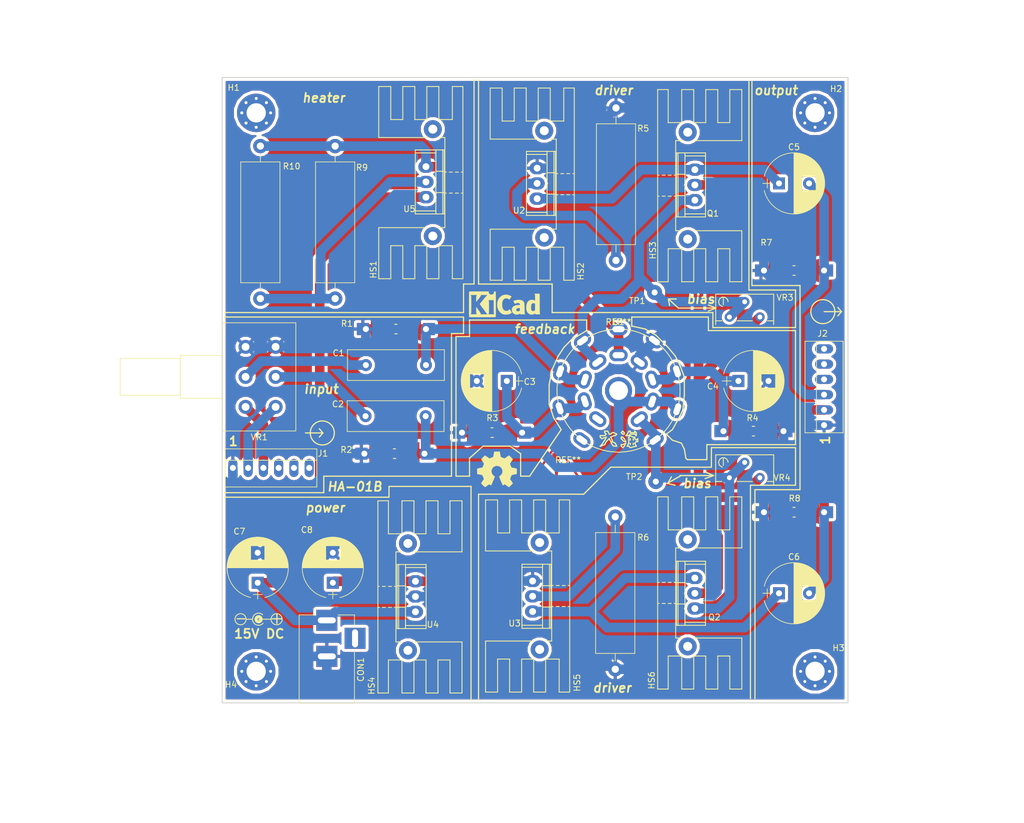
<source format=kicad_pcb>
(kicad_pcb (version 4) (host pcbnew 4.0.6)
  (layers (0 F.Cu signal) (31 B.Cu signal) (34 B.Paste user) (35 F.Paste user) (36 B.SilkS user) (37 F.SilkS user) (38 B.Mask user) (39 F.Mask user) (44 Edge.Cuts user))
  (net 0 "")
  (net 1 "Net-(C1-Pad1)")
  (net 2 "Net-(C1-Pad2)")
  (net 3 "Net-(C2-Pad1)")
  (net 4 "Net-(C2-Pad2)")
  (net 5 "Net-(C3-Pad1)")
  (net 6 GNDREF)
  (net 7 "Net-(C4-Pad1)")
  (net 8 "Net-(C5-Pad1)")
  (net 9 "Net-(C5-Pad2)")
  (net 10 "Net-(C6-Pad1)")
  (net 11 "Net-(C6-Pad2)")
  (net 12 +12V)
  (net 13 "Net-(Q1-Pad1)")
  (net 14 "Net-(Q2-Pad1)")
  (net 15 "Net-(R5-Pad1)")
  (net 16 "Net-(R6-Pad1)")
  (net 17 "Net-(R10-Pad1)")
  (net 18 "Net-(C7-Pad1)")
  (net 19 "Net-(J1-Pad2)")
  (net 20 "Net-(J1-Pad3)")
  (net 21 "Net-(R10-Pad2)")
  (module Valves:VALVE-ECC-83-2 (layer F.Cu) (at 122.75 95)
    (fp_text reference REF** (at -3.45 -16.18) (layer F.SilkS))
    (fp_text value VALVE-ECC-83-2)
    (pad 1 thru_hole oval (at 2.6416 3.4798 306) (size 2.03 3.05) (drill oval 1.02 2.03) (layers *.Cu *.Mask) (net 14 "Net-(Q2-Pad1)"))
    (pad 2 thru_hole oval (at 6.3246 -1.651 342) (size 2.03 3.05) (drill oval 1.02 2.03) (layers *.Cu *.Mask) (net 3 "Net-(C2-Pad1)"))
    (pad 3 thru_hole oval (at 6.2738 -7.9502 18) (size 2.03 3.05) (drill oval 1.02 2.03) (layers *.Cu *.Mask) (net 7 "Net-(C4-Pad1)"))
    (pad 4 thru_hole oval (at 2.5146 -13.081 54) (size 2.03 3.05) (drill oval 1.02 2.03) (layers *.Cu *.Mask) (net 6 GNDREF))
    (pad 5 thru_hole oval (at -3.4544 -14.986 90) (size 2.03 3.05) (drill oval 1.02 2.03) (layers *.Cu *.Mask) (net 21 "Net-(R10-Pad2)"))
    (pad 6 thru_hole oval (at -9.4488 -13.0556 306) (size 2.03 3.05) (drill oval 1.02 2.03) (layers *.Cu *.Mask) (net 13 "Net-(Q1-Pad1)"))
    (pad 7 thru_hole oval (at -13.1826 -7.9502 342) (size 2.03 3.05) (drill oval 1.02 2.03) (layers *.Cu *.Mask) (net 1 "Net-(C1-Pad1)"))
    (pad 8 thru_hole oval (at -13.2588 -1.8034 18) (size 2.03 3.05) (drill oval 1.02 2.03) (layers *.Cu *.Mask) (net 5 "Net-(C3-Pad1)"))
    (pad 9 thru_hole oval (at -9.5504 3.4798 54) (size 2.03 3.05) (drill oval 1.02 2.03) (layers *.Cu *.Mask))
    (pad 2 thru_hole circle (at -3.45 -4.75) (size 4.5 4.5) (drill 3.1) (layers *.Cu *.Mask))
  )
  (module Connectors:PINHEAD1-6 (layer F.Cu) (at 55.118 103.124)
    (fp_text reference J1 (at 14.986 -2.413 180) (layer F.SilkS))
    (fp_text value JACK_TRS_6PINS)
    (pad 1 thru_hole oval (at 0 0) (size 1.51 3.01) (drill 1) (layers *.Cu *.Mask) (net 6 GNDREF))
    (pad 2 thru_hole oval (at 2.54 0) (size 1.51 3.01) (drill 1) (layers *.Cu *.Mask) (net 19 "Net-(J1-Pad2)"))
    (pad 3 thru_hole oval (at 5.08 0) (size 1.51 3.01) (drill 1) (layers *.Cu *.Mask) (net 20 "Net-(J1-Pad3)"))
    (pad 4 thru_hole oval (at 7.62 0) (size 1.51 3.01) (drill 1) (layers *.Cu *.Mask))
    (pad 5 thru_hole oval (at 10.16 0) (size 1.51 3.01) (drill 1) (layers *.Cu *.Mask))
    (pad 6 thru_hole oval (at 12.7 0) (size 1.51 3.01) (drill 1) (layers *.Cu *.Mask))
  )
  (module Power_Integrations:TO-220 (layer F.Cu) (at 132 56 90)
    (fp_text reference Q1 (at -4.75 3 180) (layer F.SilkS))
    (fp_text value IRF530)
    (pad 2 thru_hole oval (at 0 0 90) (size 2.032 2.54) (drill 1.143) (layers *.Cu *.Mask) (net 12 +12V))
    (pad 3 thru_hole oval (at 2.54 0 90) (size 2.032 2.54) (drill 1.143) (layers *.Cu *.Mask) (net 8 "Net-(C5-Pad1)"))
    (pad 1 thru_hole oval (at -2.54 0 90) (size 2.032 2.54) (drill 1.143) (layers *.Cu *.Mask) (net 13 "Net-(Q1-Pad1)"))
  )
  (module Power_Integrations:TO-220 (layer F.Cu) (at 132 124 90)
    (fp_text reference Q2 (at -4 3.25 180) (layer F.SilkS))
    (fp_text value IRF530)
    (pad 2 thru_hole oval (at 0 0 90) (size 2.032 2.54) (drill 1.143) (layers *.Cu *.Mask) (net 12 +12V))
    (pad 3 thru_hole oval (at 2.54 0 90) (size 2.032 2.54) (drill 1.143) (layers *.Cu *.Mask) (net 10 "Net-(C6-Pad1)"))
    (pad 1 thru_hole oval (at -2.54 0 90) (size 2.032 2.54) (drill 1.143) (layers *.Cu *.Mask) (net 14 "Net-(Q2-Pad1)"))
  )
  (module Power_Integrations:TO-220 (layer F.Cu) (at 105.75 55.75 270)
    (fp_text reference U2 (at 4.5 3 360) (layer F.SilkS))
    (fp_text value LM317_TO220)
    (pad 2 thru_hole oval (at 0 0 270) (size 2.032 2.54) (drill 1.143) (layers *.Cu *.Mask) (net 15 "Net-(R5-Pad1)"))
    (pad 3 thru_hole oval (at 2.54 0 270) (size 2.032 2.54) (drill 1.143) (layers *.Cu *.Mask) (net 8 "Net-(C5-Pad1)"))
    (pad 1 thru_hole oval (at -2.54 0 270) (size 2.032 2.54) (drill 1.143) (layers *.Cu *.Mask) (net 6 GNDREF))
  )
  (module Power_Integrations:TO-220 (layer F.Cu) (at 105 124.5 270)
    (fp_text reference U3 (at 4.5 3 360) (layer F.SilkS))
    (fp_text value LM317_TO220)
    (pad 2 thru_hole oval (at 0 0 270) (size 2.032 2.54) (drill 1.143) (layers *.Cu *.Mask) (net 16 "Net-(R6-Pad1)"))
    (pad 3 thru_hole oval (at 2.54 0 270) (size 2.032 2.54) (drill 1.143) (layers *.Cu *.Mask) (net 10 "Net-(C6-Pad1)"))
    (pad 1 thru_hole oval (at -2.54 0 270) (size 2.032 2.54) (drill 1.143) (layers *.Cu *.Mask) (net 6 GNDREF))
  )
  (module Power_Integrations:TO-220 (layer F.Cu) (at 85.5 124.54 90)
    (fp_text reference U4 (at -4.66 2.9 180) (layer F.SilkS))
    (fp_text value LM7812ACT)
    (pad 2 thru_hole oval (at 0 0 90) (size 2.032 2.54) (drill 1.143) (layers *.Cu *.Mask) (net 6 GNDREF))
    (pad 3 thru_hole oval (at 2.54 0 90) (size 2.032 2.54) (drill 1.143) (layers *.Cu *.Mask) (net 12 +12V))
    (pad 1 thru_hole oval (at -2.54 0 90) (size 2.032 2.54) (drill 1.143) (layers *.Cu *.Mask) (net 18 "Net-(C7-Pad1)"))
  )
  (module Power_Integrations:TO-220 (layer F.Cu) (at 87.25 55.5 270)
    (fp_text reference U5 (at 4.5 2.75 360) (layer F.SilkS))
    (fp_text value LM317_TO220)
    (pad 2 thru_hole oval (at 0 0 270) (size 2.032 2.54) (drill 1.143) (layers *.Cu *.Mask) (net 17 "Net-(R10-Pad1)"))
    (pad 3 thru_hole oval (at 2.54 0 270) (size 2.032 2.54) (drill 1.143) (layers *.Cu *.Mask) (net 18 "Net-(C7-Pad1)"))
    (pad 1 thru_hole oval (at -2.54 0 270) (size 2.032 2.54) (drill 1.143) (layers *.Cu *.Mask) (net 21 "Net-(R10-Pad2)"))
  )
  (module Connectors:PINHEAD1-6 (layer F.Cu) (at 153.5 96 90)
    (fp_text reference J2 (at 15.25 -0.25 180) (layer F.SilkS))
    (fp_text value JACK_TRS_6PINS)
    (pad 1 thru_hole oval (at 0 0 90) (size 1.51 3.01) (drill 1) (layers *.Cu *.Mask) (net 6 GNDREF))
    (pad 2 thru_hole oval (at 2.54 0 90) (size 1.51 3.01) (drill 1) (layers *.Cu *.Mask) (net 11 "Net-(C6-Pad2)"))
    (pad 3 thru_hole oval (at 5.08 0 90) (size 1.51 3.01) (drill 1) (layers *.Cu *.Mask) (net 9 "Net-(C5-Pad2)"))
    (pad 4 thru_hole oval (at 7.62 0 90) (size 1.51 3.01) (drill 1) (layers *.Cu *.Mask))
    (pad 5 thru_hole oval (at 10.16 0 90) (size 1.51 3.01) (drill 1) (layers *.Cu *.Mask))
    (pad 6 thru_hole oval (at 12.7 0 90) (size 1.51 3.01) (drill 1) (layers *.Cu *.Mask))
  )
  (module Capacitors_THT:CP_Radial_D10.0mm_P5.00mm (layer F.Cu) (at 100.711 88.646 180)
    (fp_text reference C3 (at -3.81 -0.127 180) (layer F.SilkS))
    (fp_text value 100u/100V)
    (pad 1 thru_hole rect (at 0 0 180) (size 2 2) (drill 1) (layers *.Cu *.Mask) (net 5 "Net-(C3-Pad1)"))
    (pad 2 thru_hole circle (at 5 0 180) (size 2 2) (drill 1) (layers *.Cu *.Mask) (net 6 GNDREF))
  )
  (module Capacitors_THT:CP_Radial_D10.0mm_P5.00mm (layer F.Cu) (at 139.25 88.646)
    (fp_text reference C4 (at -4.249 0.889) (layer F.SilkS))
    (fp_text value 100u/100V)
    (pad 1 thru_hole rect (at 0 0) (size 2 2) (drill 1) (layers *.Cu *.Mask) (net 7 "Net-(C4-Pad1)"))
    (pad 2 thru_hole circle (at 5 0) (size 2 2) (drill 1) (layers *.Cu *.Mask) (net 6 GNDREF))
  )
  (module Capacitors_THT:CP_Radial_D10.0mm_P5.00mm (layer F.Cu) (at 146 55.75)
    (fp_text reference C5 (at 2.5 -6.06) (layer F.SilkS))
    (fp_text value 470u/35V)
    (pad 1 thru_hole rect (at 0 0) (size 2 2) (drill 1) (layers *.Cu *.Mask) (net 8 "Net-(C5-Pad1)"))
    (pad 2 thru_hole circle (at 5 0) (size 2 2) (drill 1) (layers *.Cu *.Mask) (net 9 "Net-(C5-Pad2)"))
  )
  (module Capacitors_THT:CP_Radial_D10.0mm_P5.00mm (layer F.Cu) (at 146 124)
    (fp_text reference C6 (at 2.5 -6.06) (layer F.SilkS))
    (fp_text value 470u/35V)
    (pad 1 thru_hole rect (at 0 0) (size 2 2) (drill 1) (layers *.Cu *.Mask) (net 10 "Net-(C6-Pad1)"))
    (pad 2 thru_hole circle (at 5 0) (size 2 2) (drill 1) (layers *.Cu *.Mask) (net 11 "Net-(C6-Pad2)"))
  )
  (module Capacitors_THT:CP_Radial_D10.0mm_P5.00mm (layer F.Cu) (at 59.25 122.25 90)
    (fp_text reference C7 (at 8.556 -3.048 360) (layer F.SilkS))
    (fp_text value 47u/100V)
    (pad 1 thru_hole rect (at 0 0 90) (size 2 2) (drill 1) (layers *.Cu *.Mask) (net 18 "Net-(C7-Pad1)"))
    (pad 2 thru_hole circle (at 5 0 90) (size 2 2) (drill 1) (layers *.Cu *.Mask) (net 6 GNDREF))
  )
  (module Capacitors_THT:CP_Radial_D10.0mm_P5.00mm (layer F.Cu) (at 71.75 122.25 90)
    (fp_text reference C8 (at 8.81 -4.318 360) (layer F.SilkS))
    (fp_text value 10u/250V)
    (pad 1 thru_hole rect (at 0 0 90) (size 2 2) (drill 1) (layers *.Cu *.Mask) (net 12 +12V))
    (pad 2 thru_hole circle (at 5 0 90) (size 2 2) (drill 1) (layers *.Cu *.Mask) (net 6 GNDREF))
  )
  (module Potentiometers:Potentiometer_Bourns_3296Y_3-8Zoll_Angular_ScrewUp (layer F.Cu) (at 137.75 78 270)
    (fp_text reference VR3 (at -3.25 -9.25 360) (layer F.SilkS))
    (fp_text value 50k)
    (pad 2 thru_hole circle (at -2.54 -2.54 270) (size 1.524 1.524) (drill 0.8128) (layers *.Cu *.Mask) (net 13 "Net-(Q1-Pad1)"))
    (pad 3 thru_hole circle (at 0 -5.08 270) (size 1.524 1.524) (drill 0.8128) (layers *.Cu *.Mask) (net 12 +12V))
    (pad 1 thru_hole circle (at 0 0 270) (size 1.524 1.524) (drill 0.8128) (layers *.Cu *.Mask) (net 13 "Net-(Q1-Pad1)"))
  )
  (module Potentiometers:Potentiometer_Bourns_3296Y_3-8Zoll_Angular_ScrewUp (layer F.Cu) (at 137.75 104.75 270)
    (fp_text reference VR4 (at 0 -8.75 360) (layer F.SilkS))
    (fp_text value 50k)
    (pad 2 thru_hole circle (at -2.54 -2.54 270) (size 1.524 1.524) (drill 0.8128) (layers *.Cu *.Mask) (net 14 "Net-(Q2-Pad1)"))
    (pad 3 thru_hole circle (at 0 -5.08 270) (size 1.524 1.524) (drill 0.8128) (layers *.Cu *.Mask) (net 12 +12V))
    (pad 1 thru_hole circle (at 0 0 270) (size 1.524 1.524) (drill 0.8128) (layers *.Cu *.Mask) (net 14 "Net-(Q2-Pad1)"))
  )
  (module Connectors:BARREL_JACK (layer F.Cu) (at 70.75 128.5 90)
    (fp_text reference CON1 (at -8.2 5.65 270) (layer F.SilkS))
    (fp_text value "15VDC Adapter")
    (pad 1 thru_hole rect (at 0 0 90) (size 3.5 3.5) (drill oval 1 3) (layers *.Cu *.Mask) (net 18 "Net-(C7-Pad1)"))
    (pad 2 thru_hole rect (at -6 0 90) (size 3.5 3.5) (drill oval 1 3) (layers *.Cu *.Mask) (net 6 GNDREF))
    (pad 3 thru_hole rect (at -3 4.7 90) (size 3.5 3.5) (drill oval 3 1) (layers *.Cu *.Mask))
  )
  (module Valves:VALVE-ECC-83-2 (layer F.Cu) (at 122.75 95)
    (fp_text reference U1 (at -3.45 -16.18) (layer F.SilkS))
    (fp_text value 12AU7)
    (pad 1 thru_hole oval (at 0 0 306) (size 2.03 3.05) (drill oval 1.02 2.03) (layers *.Cu *.Mask) (net 14 "Net-(Q2-Pad1)"))
    (pad 2 thru_hole oval (at 2.15 -2.93 342) (size 2.03 3.05) (drill oval 1.02 2.03) (layers *.Cu *.Mask) (net 3 "Net-(C2-Pad1)"))
    (pad 3 thru_hole oval (at 2.15 -6.58 18) (size 2.03 3.05) (drill oval 1.02 2.03) (layers *.Cu *.Mask) (net 7 "Net-(C4-Pad1)"))
    (pad 4 thru_hole oval (at 0 -9.51 54) (size 2.03 3.05) (drill oval 1.02 2.03) (layers *.Cu *.Mask) (net 6 GNDREF))
    (pad 5 thru_hole oval (at -3.45 -10.65 90) (size 2.03 3.05) (drill oval 1.02 2.03) (layers *.Cu *.Mask) (net 21 "Net-(R10-Pad2)"))
    (pad 6 thru_hole oval (at -6.91 -9.51 306) (size 2.03 3.05) (drill oval 1.02 2.03) (layers *.Cu *.Mask) (net 13 "Net-(Q1-Pad1)"))
    (pad 7 thru_hole oval (at -9.06 -6.58 342) (size 2.03 3.05) (drill oval 1.02 2.03) (layers *.Cu *.Mask) (net 1 "Net-(C1-Pad1)"))
    (pad 8 thru_hole oval (at -9.06 -2.97 18) (size 2.03 3.05) (drill oval 1.02 2.03) (layers *.Cu *.Mask) (net 5 "Net-(C3-Pad1)"))
    (pad 9 thru_hole oval (at -6.91 0 54) (size 2.03 3.05) (drill oval 1.02 2.03) (layers *.Cu *.Mask))
    (pad 2 thru_hole circle (at -3.45 -4.75) (size 4.5 4.5) (drill 3.1) (layers *.Cu *.Mask) (net 3 "Net-(C2-Pad1)"))
  )
  (module Wire_Pads:SolderWirePad_single_1mmDrill (layer F.Cu) (at 125.3 73.9)
    (fp_text reference TP1 (at -2.9 1.4) (layer F.SilkS))
    (fp_text value TEST_1P)
    (pad 1 thru_hole circle (at 0 0) (size 2.49936 2.49936) (drill 1.00076) (layers *.Cu *.Mask) (net 13 "Net-(Q1-Pad1)"))
  )
  (module Wire_Pads:SolderWirePad_single_1mmDrill (layer F.Cu) (at 125.5 105.4)
    (fp_text reference TP2 (at -3.6 -0.8) (layer F.SilkS))
    (fp_text value TEST_1P)
    (pad 1 thru_hole circle (at 0 0) (size 2.49936 2.49936) (drill 1.00076) (layers *.Cu *.Mask) (net 14 "Net-(Q2-Pad1)"))
  )
  (module Potentiometers:Potentiometer_Alps_RK163_Double_Vertical (layer F.Cu) (at 57.23 82.964 180)
    (fp_text reference VR1 (at -2.27 -15.036 180) (layer F.SilkS))
    (fp_text value 10k)
    (pad 3 thru_hole circle (at 0 -10 180) (size 2.34 2.34) (drill 1.3) (layers *.Cu *.Mask) (net 20 "Net-(J1-Pad3)"))
    (pad 2 thru_hole circle (at 0 -5 180) (size 2.34 2.34) (drill 1.3) (layers *.Cu *.Mask) (net 2 "Net-(C1-Pad2)"))
    (pad 1 thru_hole circle (at 0 0 180) (size 2.34 2.34) (drill 1.3) (layers *.Cu *.Mask) (net 6 GNDREF))
    (pad 6 thru_hole circle (at -5 -10 180) (size 2.34 2.34) (drill 1.3) (layers *.Cu *.Mask) (net 19 "Net-(J1-Pad2)"))
    (pad 5 thru_hole circle (at -5 -5 180) (size 2.34 2.34) (drill 1.3) (layers *.Cu *.Mask) (net 4 "Net-(C2-Pad2)"))
    (pad 4 thru_hole circle (at -5 0 180) (size 2.34 2.34) (drill 1.3) (layers *.Cu *.Mask) (net 6 GNDREF))
  )
  (module Mounting_Holes:MountingHole_3.2mm_M3_Pad_Via (layer F.Cu) (at 59 44)
    (fp_text reference H1 (at -3.75 -4.2) (layer F.SilkS))
    (fp_text value MECHANICAL_HOLE)
    (pad 1 thru_hole circle (at 0 0) (size 6.4 6.4) (drill 3.2) (layers *.Cu *.Mask))
    (pad "" thru_hole circle (at 2.4 0) (size 0.6 0.6) (drill 0.5) (layers *.Cu *.Mask))
    (pad "" thru_hole circle (at 1.697056 1.697056) (size 0.6 0.6) (drill 0.5) (layers *.Cu *.Mask))
    (pad "" thru_hole circle (at 0 2.4) (size 0.6 0.6) (drill 0.5) (layers *.Cu *.Mask))
    (pad "" thru_hole circle (at -1.697056 1.697056) (size 0.6 0.6) (drill 0.5) (layers *.Cu *.Mask))
    (pad "" thru_hole circle (at -2.4 0) (size 0.6 0.6) (drill 0.5) (layers *.Cu *.Mask))
    (pad "" thru_hole circle (at -1.697056 -1.697056) (size 0.6 0.6) (drill 0.5) (layers *.Cu *.Mask))
    (pad "" thru_hole circle (at 0 -2.4) (size 0.6 0.6) (drill 0.5) (layers *.Cu *.Mask))
    (pad "" thru_hole circle (at 1.697056 -1.697056) (size 0.6 0.6) (drill 0.5) (layers *.Cu *.Mask))
  )
  (module Mounting_Holes:MountingHole_3.2mm_M3_Pad_Via (layer F.Cu) (at 152 44)
    (fp_text reference H2 (at 3.5 -4) (layer F.SilkS))
    (fp_text value MECHANICAL_HOLE)
    (pad 1 thru_hole circle (at 0 0) (size 6.4 6.4) (drill 3.2) (layers *.Cu *.Mask))
    (pad "" thru_hole circle (at 2.4 0) (size 0.6 0.6) (drill 0.5) (layers *.Cu *.Mask))
    (pad "" thru_hole circle (at 1.697056 1.697056) (size 0.6 0.6) (drill 0.5) (layers *.Cu *.Mask))
    (pad "" thru_hole circle (at 0 2.4) (size 0.6 0.6) (drill 0.5) (layers *.Cu *.Mask))
    (pad "" thru_hole circle (at -1.697056 1.697056) (size 0.6 0.6) (drill 0.5) (layers *.Cu *.Mask))
    (pad "" thru_hole circle (at -2.4 0) (size 0.6 0.6) (drill 0.5) (layers *.Cu *.Mask))
    (pad "" thru_hole circle (at -1.697056 -1.697056) (size 0.6 0.6) (drill 0.5) (layers *.Cu *.Mask))
    (pad "" thru_hole circle (at 0 -2.4) (size 0.6 0.6) (drill 0.5) (layers *.Cu *.Mask))
    (pad "" thru_hole circle (at 1.697056 -1.697056) (size 0.6 0.6) (drill 0.5) (layers *.Cu *.Mask))
  )
  (module Mounting_Holes:MountingHole_3.2mm_M3_Pad_Via (layer F.Cu) (at 152 137)
    (fp_text reference H3 (at 3.9 -3.9) (layer F.SilkS))
    (fp_text value MECHANICAL_HOLE)
    (pad 1 thru_hole circle (at 0 0) (size 6.4 6.4) (drill 3.2) (layers *.Cu *.Mask))
    (pad "" thru_hole circle (at 2.4 0) (size 0.6 0.6) (drill 0.5) (layers *.Cu *.Mask))
    (pad "" thru_hole circle (at 1.697056 1.697056) (size 0.6 0.6) (drill 0.5) (layers *.Cu *.Mask))
    (pad "" thru_hole circle (at 0 2.4) (size 0.6 0.6) (drill 0.5) (layers *.Cu *.Mask))
    (pad "" thru_hole circle (at -1.697056 1.697056) (size 0.6 0.6) (drill 0.5) (layers *.Cu *.Mask))
    (pad "" thru_hole circle (at -2.4 0) (size 0.6 0.6) (drill 0.5) (layers *.Cu *.Mask))
    (pad "" thru_hole circle (at -1.697056 -1.697056) (size 0.6 0.6) (drill 0.5) (layers *.Cu *.Mask))
    (pad "" thru_hole circle (at 0 -2.4) (size 0.6 0.6) (drill 0.5) (layers *.Cu *.Mask))
    (pad "" thru_hole circle (at 1.697056 -1.697056) (size 0.6 0.6) (drill 0.5) (layers *.Cu *.Mask))
  )
  (module Mounting_Holes:MountingHole_3.2mm_M3_Pad_Via (layer F.Cu) (at 59 137)
    (fp_text reference H4 (at -4.2 2.2) (layer F.SilkS))
    (fp_text value MECHANICAL_HOLE)
    (pad 1 thru_hole circle (at 0 0) (size 6.4 6.4) (drill 3.2) (layers *.Cu *.Mask))
    (pad "" thru_hole circle (at 2.4 0) (size 0.6 0.6) (drill 0.5) (layers *.Cu *.Mask))
    (pad "" thru_hole circle (at 1.697056 1.697056) (size 0.6 0.6) (drill 0.5) (layers *.Cu *.Mask))
    (pad "" thru_hole circle (at 0 2.4) (size 0.6 0.6) (drill 0.5) (layers *.Cu *.Mask))
    (pad "" thru_hole circle (at -1.697056 1.697056) (size 0.6 0.6) (drill 0.5) (layers *.Cu *.Mask))
    (pad "" thru_hole circle (at -2.4 0) (size 0.6 0.6) (drill 0.5) (layers *.Cu *.Mask))
    (pad "" thru_hole circle (at -1.697056 -1.697056) (size 0.6 0.6) (drill 0.5) (layers *.Cu *.Mask))
    (pad "" thru_hole circle (at 0 -2.4) (size 0.6 0.6) (drill 0.5) (layers *.Cu *.Mask))
    (pad "" thru_hole circle (at 1.697056 -1.697056) (size 0.6 0.6) (drill 0.5) (layers *.Cu *.Mask))
  )
  (module Heatsinks:Heatsink_Stonecold_HS-132_32x14mm_2xFixation1.5mm (layer F.Cu) (at 88.392 55.616 270)
    (fp_text reference HS1 (at 14.484 9.892 270) (layer F.SilkS))
    (fp_text value HEATSINK)
    (pad 1 thru_hole circle (at -8.9 0 270) (size 3 3) (drill 1.5) (layers *.Cu *.Mask))
    (pad 1 thru_hole circle (at 8.9 0 270) (size 3 3) (drill 1.5) (layers *.Cu *.Mask))
  )
  (module Heatsinks:Heatsink_Stonecold_HS-132_32x14mm_2xFixation1.5mm (layer F.Cu) (at 106.934 55.87 270)
    (fp_text reference HS2 (at 14.53 -6.066 270) (layer F.SilkS))
    (fp_text value HEATSINK)
    (pad 1 thru_hole circle (at -8.9 0 270) (size 3 3) (drill 1.5) (layers *.Cu *.Mask))
    (pad 1 thru_hole circle (at 8.9 0 270) (size 3 3) (drill 1.5) (layers *.Cu *.Mask))
  )
  (module Heatsinks:Heatsink_Stonecold_HS-132_32x14mm_2xFixation1.5mm (layer F.Cu) (at 130.81 56.124 90)
    (fp_text reference HS3 (at -10.776 -5.81 90) (layer F.SilkS))
    (fp_text value HEATSINK)
    (pad 1 thru_hole circle (at -8.9 0 90) (size 3 3) (drill 1.5) (layers *.Cu *.Mask))
    (pad 1 thru_hole circle (at 8.9 0 90) (size 3 3) (drill 1.5) (layers *.Cu *.Mask))
  )
  (module Heatsinks:Heatsink_Stonecold_HS-132_32x14mm_2xFixation1.5mm (layer F.Cu) (at 84.25 124.6 90)
    (fp_text reference HS4 (at -14.8 -6.05 90) (layer F.SilkS))
    (fp_text value HEATSINK)
    (pad 1 thru_hole circle (at -8.9 0 90) (size 3 3) (drill 1.5) (layers *.Cu *.Mask))
    (pad 1 thru_hole circle (at 8.9 0 90) (size 3 3) (drill 1.5) (layers *.Cu *.Mask))
  )
  (module Heatsinks:Heatsink_Stonecold_HS-132_32x14mm_2xFixation1.5mm (layer F.Cu) (at 106.172 124.45 270)
    (fp_text reference HS5 (at 14.45 -6.228 270) (layer F.SilkS))
    (fp_text value HEATSINK)
    (pad 1 thru_hole circle (at -8.9 0 270) (size 3 3) (drill 1.5) (layers *.Cu *.Mask))
    (pad 1 thru_hole circle (at 8.9 0 270) (size 3 3) (drill 1.5) (layers *.Cu *.Mask))
  )
  (module Heatsinks:Heatsink_Stonecold_HS-132_32x14mm_2xFixation1.5mm (layer F.Cu) (at 130.81 123.942 90)
    (fp_text reference HS6 (at -14.558 -6.01 90) (layer F.SilkS))
    (fp_text value HEATSINK)
    (pad 1 thru_hole circle (at -8.9 0 90) (size 3 3) (drill 1.5) (layers *.Cu *.Mask))
    (pad 1 thru_hole circle (at 8.9 0 90) (size 3 3) (drill 1.5) (layers *.Cu *.Mask))
  )
  (module Symbols:Symbol_Barrel_Polarity (layer F.Cu) (at 59.398 128.244)
    (fp_text reference REF** hide)
    (fp_text value Symbol_Barrel_Polarity)
  )
  (module Symbols:OSHW-Symbol_6.7x6mm_SilkScreen (layer F.Cu) (at 99.06 103.378)
    (fp_text reference REF*** hide)
    (fp_text value OSHW-Symbol_6.7x6mm_SilkScreen hide)
  )
  (module Symbols:Symbol_Attention_CopperTop_Small (layer F.Cu) (at 108.966 103.378)
    (fp_text reference REF** (at 1.934 -1.578) (layer F.SilkS))
    (fp_text value Symbol_Attention_CopperTop_Small)
    (fp_line (start 0 -4.191) (end 4.699 2.794) (layer F.Cu) (width 0.381))
    (fp_line (start 4.699 2.794) (end -4.699 2.794) (layer F.Cu) (width 0.381))
    (fp_line (start -4.699 2.794) (end 0 -4.191) (layer F.Cu) (width 0.381))
    (fp_circle (center 0 1.905) (end 0 2.032) (layer F.Cu) (width 0.381))
    (fp_circle (center 0 1.905) (end 0.254 2.159) (layer F.Cu) (width 0.381))
    (fp_line (start 0 1.016) (end -0.127 -2.54) (layer F.Cu) (width 0.381))
    (fp_line (start 0 0.889) (end 0.127 -2.54) (layer F.Cu) (width 0.381))
    (fp_line (start 0 -2.54) (end 0.508 -2.54) (layer F.Cu) (width 0.381))
    (fp_line (start 0.508 -2.54) (end 0 1.016) (layer F.Cu) (width 0.381))
    (fp_line (start 0 1.016) (end -0.508 -2.54) (layer F.Cu) (width 0.381))
    (fp_line (start -0.508 -2.54) (end 0 -2.54) (layer F.Cu) (width 0.381))
  )
  (module Symbols:Symbol_KiCAD-Logo_CopperAndSilkScreenTop (layer F.Cu) (at 100.33 75.692)
    (fp_text reference REF** hide)
    (fp_text value "KiCAD Logo" hide)
  )
  (module Resistors_THT:R_Axial_Power_L20.0mm_W6.4mm_P25.40mm (layer F.Cu) (at 59.69 74.93 90)
    (fp_text reference R10 (at 22.03 5.21 180) (layer F.SilkS))
    (fp_text value none/10ohm/5W)
    (pad 1 thru_hole circle (at 0 0 90) (size 2.4 2.4) (drill 1.2) (layers *.Cu *.Mask) (net 17 "Net-(R10-Pad1)"))
    (pad 2 thru_hole oval (at 25.4 0 90) (size 2.4 2.4) (drill 1.2) (layers *.Cu *.Mask) (net 21 "Net-(R10-Pad2)"))
  )
  (module Resistors_THT:R_Axial_Power_L20.0mm_W6.4mm_P25.40mm (layer F.Cu) (at 118.872 68.58 90)
    (fp_text reference R5 (at 21.98 4.528 180) (layer F.SilkS))
    (fp_text value 10ohm/5W)
    (pad 1 thru_hole circle (at 0 0 90) (size 2.4 2.4) (drill 1.2) (layers *.Cu *.Mask) (net 15 "Net-(R5-Pad1)"))
    (pad 2 thru_hole oval (at 25.4 0 90) (size 2.4 2.4) (drill 1.2) (layers *.Cu *.Mask) (net 6 GNDREF))
  )
  (module Resistors_THT:R_Axial_Power_L20.0mm_W6.4mm_P25.40mm (layer F.Cu) (at 118.75 111.25 270)
    (fp_text reference R6 (at 3.45 -4.65 360) (layer F.SilkS))
    (fp_text value 10ohm/5W)
    (pad 1 thru_hole circle (at 0 0 270) (size 2.4 2.4) (drill 1.2) (layers *.Cu *.Mask) (net 16 "Net-(R6-Pad1)"))
    (pad 2 thru_hole oval (at 25.4 0 270) (size 2.4 2.4) (drill 1.2) (layers *.Cu *.Mask) (net 6 GNDREF))
  )
  (module Resistors_THT:R_Axial_Power_L20.0mm_W6.4mm_P25.40mm (layer F.Cu) (at 72.136 74.93 90)
    (fp_text reference R9 (at 21.83 4.464 180) (layer F.SilkS))
    (fp_text value 8ohm/5,6ohm/5W)
    (pad 1 thru_hole circle (at 0 0 90) (size 2.4 2.4) (drill 1.2) (layers *.Cu *.Mask) (net 17 "Net-(R10-Pad1)"))
    (pad 2 thru_hole oval (at 25.4 0 90) (size 2.4 2.4) (drill 1.2) (layers *.Cu *.Mask) (net 21 "Net-(R10-Pad2)"))
  )
  (module Capacitors_THT:C_Disc_D16.0mm_W5.0mm_P10.00mm (layer F.Cu) (at 87.2 94.5 180)
    (fp_text reference C2 (at 14.6 2 180) (layer F.SilkS))
    (fp_text value 0.47u/100V)
    (pad 1 thru_hole circle (at 0 0 180) (size 2 2) (drill 1) (layers *.Cu *.Mask) (net 3 "Net-(C2-Pad1)"))
    (pad 2 thru_hole circle (at 10 0 180) (size 2 2) (drill 1) (layers *.Cu *.Mask) (net 4 "Net-(C2-Pad2)"))
  )
  (module Capacitors_THT:C_Disc_D16.0mm_W5.0mm_P10.00mm (layer F.Cu) (at 87.25 86 180)
    (fp_text reference C1 (at 14.55 2 180) (layer F.SilkS))
    (fp_text value 0.47u/100V)
    (pad 1 thru_hole circle (at 0 0 180) (size 2 2) (drill 1) (layers *.Cu *.Mask) (net 1 "Net-(C1-Pad1)"))
    (pad 2 thru_hole circle (at 10 0 180) (size 2 2) (drill 1) (layers *.Cu *.Mask) (net 2 "Net-(C1-Pad2)"))
  )
  (module Resistors_Universal:Resistor_SMD+THTuniversal_0805to2512_RM10_HandSoldering (layer F.Cu) (at 148.5 70.25 180)
    (fp_text reference R7 (at 4.6 4.65 180) (layer F.SilkS))
    (fp_text value 1k)
    (pad 1 smd trapezoid (at -2.413 0 180) (size 3.50012 2.79908) (rect_delta 1.09982 0) (layers F.Cu F.Paste F.Mask) (net 9 "Net-(C5-Pad2)"))
    (pad 2 smd trapezoid (at 2.413 0) (size 3.50012 2.79908) (rect_delta 1.09982 0) (layers F.Cu F.Paste F.Mask) (net 6 GNDREF))
    (pad 1 thru_hole rect (at -5.00126 0) (size 1.99898 1.99898) (drill 1.00076 (offset 0.50038 0)) (layers *.Cu *.Mask) (net 9 "Net-(C5-Pad2)"))
    (pad 2 thru_hole rect (at 5.00126 0) (size 1.99898 1.99898) (drill 1.00076 (offset -0.50038 0)) (layers *.Cu *.Mask) (net 6 GNDREF))
  )
  (module Resistors_Universal:Resistor_SMD+THTuniversal_0805to2512_RM10_HandSoldering (layer F.Cu) (at 82.25 80 180)
    (fp_text reference R1 (at 8.15 0.9 180) (layer F.SilkS))
    (fp_text value 100k)
    (pad 1 smd trapezoid (at -2.413 0 180) (size 3.50012 2.79908) (rect_delta 1.09982 0) (layers F.Cu F.Paste F.Mask) (net 1 "Net-(C1-Pad1)"))
    (pad 2 smd trapezoid (at 2.413 0) (size 3.50012 2.79908) (rect_delta 1.09982 0) (layers F.Cu F.Paste F.Mask) (net 6 GNDREF))
    (pad 1 thru_hole rect (at -5.00126 0) (size 1.99898 1.99898) (drill 1.00076 (offset 0.50038 0)) (layers *.Cu *.Mask) (net 1 "Net-(C1-Pad1)"))
    (pad 2 thru_hole rect (at 5.00126 0) (size 1.99898 1.99898) (drill 1.00076 (offset -0.50038 0)) (layers *.Cu *.Mask) (net 6 GNDREF))
  )
  (module Resistors_Universal:Resistor_SMD+THTuniversal_0805to2512_RM10_HandSoldering (layer F.Cu) (at 82 100.75 180)
    (fp_text reference R2 (at 8 0.65 180) (layer F.SilkS))
    (fp_text value 100k)
    (pad 1 smd trapezoid (at -2.413 0 180) (size 3.50012 2.79908) (rect_delta 1.09982 0) (layers F.Cu F.Paste F.Mask) (net 3 "Net-(C2-Pad1)"))
    (pad 2 smd trapezoid (at 2.413 0) (size 3.50012 2.79908) (rect_delta 1.09982 0) (layers F.Cu F.Paste F.Mask) (net 6 GNDREF))
    (pad 1 thru_hole rect (at -5.00126 0) (size 1.99898 1.99898) (drill 1.00076 (offset 0.50038 0)) (layers *.Cu *.Mask) (net 3 "Net-(C2-Pad1)"))
    (pad 2 thru_hole rect (at 5.00126 0) (size 1.99898 1.99898) (drill 1.00076 (offset -0.50038 0)) (layers *.Cu *.Mask) (net 6 GNDREF))
  )
  (module Resistors_Universal:Resistor_SMD+THTuniversal_0805to2512_RM10_HandSoldering (layer F.Cu) (at 98.25 97.25 180)
    (fp_text reference R3 (at -0.05 2.45 180) (layer F.SilkS))
    (fp_text value 120)
    (pad 1 smd trapezoid (at -2.413 0 180) (size 3.50012 2.79908) (rect_delta 1.09982 0) (layers F.Cu F.Paste F.Mask) (net 5 "Net-(C3-Pad1)"))
    (pad 2 smd trapezoid (at 2.413 0) (size 3.50012 2.79908) (rect_delta 1.09982 0) (layers F.Cu F.Paste F.Mask) (net 6 GNDREF))
    (pad 1 thru_hole rect (at -5.00126 0) (size 1.99898 1.99898) (drill 1.00076 (offset 0.50038 0)) (layers *.Cu *.Mask) (net 5 "Net-(C3-Pad1)"))
    (pad 2 thru_hole rect (at 5.00126 0) (size 1.99898 1.99898) (drill 1.00076 (offset -0.50038 0)) (layers *.Cu *.Mask) (net 6 GNDREF))
  )
  (module Resistors_Universal:Resistor_SMD+THTuniversal_0805to2512_RM10_HandSoldering (layer F.Cu) (at 141.75 97)
    (fp_text reference R4 (at -0.15 -2.2) (layer F.SilkS))
    (fp_text value 120)
    (pad 1 smd trapezoid (at -2.413 0) (size 3.50012 2.79908) (rect_delta 1.09982 0) (layers F.Cu F.Paste F.Mask) (net 7 "Net-(C4-Pad1)"))
    (pad 2 smd trapezoid (at 2.413 0 180) (size 3.50012 2.79908) (rect_delta 1.09982 0) (layers F.Cu F.Paste F.Mask) (net 6 GNDREF))
    (pad 1 thru_hole rect (at -5.00126 0 180) (size 1.99898 1.99898) (drill 1.00076 (offset 0.50038 0)) (layers *.Cu *.Mask) (net 7 "Net-(C4-Pad1)"))
    (pad 2 thru_hole rect (at 5.00126 0 180) (size 1.99898 1.99898) (drill 1.00076 (offset -0.50038 0)) (layers *.Cu *.Mask) (net 6 GNDREF))
  )
  (module Resistors_Universal:Resistor_SMD+THTuniversal_0805to2512_RM10_HandSoldering (layer F.Cu) (at 148.5 110.5 180)
    (fp_text reference R8 (at -0.1 2.3 180) (layer F.SilkS))
    (fp_text value 1k)
    (pad 1 smd trapezoid (at -2.413 0 180) (size 3.50012 2.79908) (rect_delta 1.09982 0) (layers F.Cu F.Paste F.Mask) (net 11 "Net-(C6-Pad2)"))
    (pad 2 smd trapezoid (at 2.413 0) (size 3.50012 2.79908) (rect_delta 1.09982 0) (layers F.Cu F.Paste F.Mask) (net 6 GNDREF))
    (pad 1 thru_hole rect (at -5.00126 0) (size 1.99898 1.99898) (drill 1.00076 (offset 0.50038 0)) (layers *.Cu *.Mask) (net 11 "Net-(C6-Pad2)"))
    (pad 2 thru_hole rect (at 5.00126 0) (size 1.99898 1.99898) (drill 1.00076 (offset -0.50038 0)) (layers *.Cu *.Mask) (net 6 GNDREF))
  )
  (gr_line (start 153.5 77.1) (end 156.4 77.1) (layer F.SilkS) (width 0.2))
  (gr_circle (center 153.3 77.1) (end 155.3 77.1) (layer F.SilkS) (width 0.2))
  (gr_line (start 156.4 77.1) (end 155.8 76.4) (layer F.SilkS) (width 0.2))
  (gr_line (start 156.4 77.1) (end 155.8 77.8) (layer F.SilkS) (width 0.2))
  (gr_line (start 70.1 97.3) (end 69.5 98) (layer F.SilkS) (width 0.2))
  (gr_line (start 70.1 97.3) (end 69.5 96.6) (layer F.SilkS) (width 0.2))
  (gr_line (start 67.2 97.3) (end 70.1 97.3) (layer F.SilkS) (width 0.2))
  (gr_circle (center 70 97.3) (end 72 97.3) (layer F.SilkS) (width 0.2))
  (gr_text 1 (at 153.7 98.5 90) (layer F.SilkS) (effects (font (size 1.5 1.5) (thickness 0.3))))
  (gr_text 1 (at 55.2 98.7) (layer F.SilkS) (effects (font (size 1.5 1.5) (thickness 0.3))))
  (gr_text "15V DC" (at 59.5 130.75) (layer F.SilkS) (effects (font (size 1.5 1.5) (thickness 0.3))))
  (gr_line (start 135.5 76.5) (end 134.25 77) (layer F.SilkS) (width 0.2))
  (gr_line (start 135.5 76.5) (end 134.25 76) (layer F.SilkS) (width 0.2))
  (gr_line (start 127.65 75) (end 128.9 75) (layer F.SilkS) (width 0.2))
  (gr_line (start 127.8 76.1) (end 127.6 75.1) (layer F.SilkS) (width 0.2))
  (gr_line (start 129.25 76.5) (end 127.6 75) (layer F.SilkS) (width 0.2))
  (gr_line (start 135.5 76.5) (end 129.25 76.5) (layer F.SilkS) (width 0.2))
  (gr_line (start 135.1 104.4) (end 133.75 103.8) (layer F.SilkS) (width 0.2))
  (gr_line (start 135.1 104.4) (end 133.7 104.9) (layer F.SilkS) (width 0.2))
  (gr_line (start 127.5 105.7) (end 128.1 104.6) (layer F.SilkS) (width 0.2))
  (gr_line (start 127.4 105.7) (end 128.7 106) (layer F.SilkS) (width 0.2))
  (gr_line (start 129.5 104.4) (end 134.9 104.4) (layer F.SilkS) (width 0.2))
  (gr_line (start 127.4 105.7) (end 129.7 104.4) (layer F.SilkS) (width 0.2))
  (gr_text HA-01B (at 75.4 106.25) (layer F.SilkS) (effects (font (size 1.5 1.5) (thickness 0.3) italic)))
  (gr_line (start 121.75 99) (end 121.75 99.25) (layer F.SilkS) (width 0.2))
  (gr_line (start 121.25 99) (end 121.25 99.25) (layer F.SilkS) (width 0.2))
  (gr_line (start 121.75 98.25) (end 121.75 98.5) (layer F.SilkS) (width 0.2))
  (gr_line (start 121.25 98.25) (end 121.25 98.5) (layer F.SilkS) (width 0.2))
  (gr_line (start 121.25 97.75) (end 121 98) (layer F.SilkS) (width 0.2))
  (gr_line (start 121.75 98) (end 121.25 97.75) (layer F.SilkS) (width 0.2))
  (gr_line (start 122 98) (end 121.75 98) (layer F.SilkS) (width 0.2))
  (gr_line (start 122 98.25) (end 122 98) (layer F.SilkS) (width 0.2))
  (gr_line (start 122.25 98.5) (end 122 98.25) (layer F.SilkS) (width 0.2))
  (gr_line (start 122.5 98.25) (end 122.25 98.5) (layer F.SilkS) (width 0.2))
  (gr_line (start 122.5 98.75) (end 122.5 98.25) (layer F.SilkS) (width 0.2))
  (gr_line (start 122.25 98.75) (end 122.5 98.75) (layer F.SilkS) (width 0.2))
  (gr_line (start 122 99) (end 122.25 98.75) (layer F.SilkS) (width 0.2))
  (gr_line (start 122.25 99.5) (end 122 99) (layer F.SilkS) (width 0.2))
  (gr_line (start 121.25 99.75) (end 122.25 99.5) (layer F.SilkS) (width 0.2))
  (gr_line (start 121 99.5) (end 121.25 99.75) (layer F.SilkS) (width 0.2))
  (gr_line (start 120.75 99.5) (end 121 99.5) (layer F.SilkS) (width 0.2))
  (gr_line (start 121 99) (end 120.75 99.5) (layer F.SilkS) (width 0.2))
  (gr_line (start 121 98.5) (end 121 99) (layer F.SilkS) (width 0.2))
  (gr_line (start 121 98) (end 121 98.5) (layer F.SilkS) (width 0.2))
  (gr_line (start 121.25 97) (end 121 97) (layer F.SilkS) (width 0.2))
  (gr_line (start 121.25 97.25) (end 121.25 97) (layer F.SilkS) (width 0.2))
  (gr_line (start 121.5 97.25) (end 121.25 97.25) (layer F.SilkS) (width 0.2))
  (gr_line (start 122 97.25) (end 121.5 97.25) (layer F.SilkS) (width 0.2))
  (gr_line (start 122 97) (end 122 97.25) (layer F.SilkS) (width 0.2))
  (gr_line (start 122.25 97.25) (end 122 97) (layer F.SilkS) (width 0.2))
  (gr_line (start 122.25 97.5) (end 122.25 97.25) (layer F.SilkS) (width 0.2))
  (gr_line (start 122.25 97.75) (end 122.25 97.5) (layer F.SilkS) (width 0.2))
  (gr_line (start 122 97.5) (end 122.25 97.75) (layer F.SilkS) (width 0.2))
  (gr_line (start 121.75 97.5) (end 122 97.5) (layer F.SilkS) (width 0.2))
  (gr_line (start 121.25 97.5) (end 121.75 97.5) (layer F.SilkS) (width 0.2))
  (gr_line (start 121 97.75) (end 121.25 97.5) (layer F.SilkS) (width 0.2))
  (gr_line (start 120.5 97.75) (end 121 97.75) (layer F.SilkS) (width 0.2))
  (gr_line (start 120.75 97.5) (end 120.5 97.75) (layer F.SilkS) (width 0.2))
  (gr_line (start 121 97) (end 120.75 97.5) (layer F.SilkS) (width 0.2))
  (gr_line (start 119.75 99.25) (end 119.75 99.5) (layer F.SilkS) (width 0.2))
  (gr_line (start 120 99.25) (end 119.75 99.25) (layer F.SilkS) (width 0.2))
  (gr_line (start 120.5 99) (end 120 99.25) (layer F.SilkS) (width 0.2))
  (gr_line (start 120.25 99.5) (end 120.5 99) (layer F.SilkS) (width 0.2))
  (gr_line (start 120 99.75) (end 120.25 99.5) (layer F.SilkS) (width 0.2))
  (gr_line (start 119.75 99.5) (end 120 99.75) (layer F.SilkS) (width 0.2))
  (gr_line (start 119.75 98) (end 119.75 98.25) (layer F.SilkS) (width 0.2))
  (gr_line (start 120 98) (end 119.75 98) (layer F.SilkS) (width 0.2))
  (gr_line (start 120.25 98.25) (end 120 98) (layer F.SilkS) (width 0.2))
  (gr_line (start 120.5 98.75) (end 120.25 98.25) (layer F.SilkS) (width 0.2))
  (gr_line (start 120.25 98.75) (end 120.5 98.75) (layer F.SilkS) (width 0.2))
  (gr_line (start 120 98.5) (end 120.25 98.75) (layer F.SilkS) (width 0.2))
  (gr_line (start 119.75 98.25) (end 120 98.5) (layer F.SilkS) (width 0.2))
  (gr_line (start 120 97) (end 119.75 97.25) (layer F.SilkS) (width 0.2))
  (gr_line (start 120.25 97.25) (end 120 97) (layer F.SilkS) (width 0.2))
  (gr_line (start 120.25 97.5) (end 120.25 97.25) (layer F.SilkS) (width 0.2))
  (gr_line (start 120 97.5) (end 120.25 97.5) (layer F.SilkS) (width 0.2))
  (gr_line (start 119.75 97.25) (end 120 97.5) (layer F.SilkS) (width 0.2))
  (gr_line (start 116.25 97.75) (end 116.25 98) (layer F.SilkS) (width 0.2))
  (gr_line (start 116.75 97.75) (end 116.25 97.75) (layer F.SilkS) (width 0.2))
  (gr_line (start 117 97.75) (end 116.75 97.75) (layer F.SilkS) (width 0.2))
  (gr_line (start 117.25 97.5) (end 117 97.75) (layer F.SilkS) (width 0.2))
  (gr_line (start 117 97.25) (end 117.25 97.5) (layer F.SilkS) (width 0.2))
  (gr_line (start 117 97) (end 117 97.25) (layer F.SilkS) (width 0.2))
  (gr_line (start 117.5 97) (end 117 97) (layer F.SilkS) (width 0.2))
  (gr_line (start 117.75 97.5) (end 117.5 97) (layer F.SilkS) (width 0.2))
  (gr_line (start 118 97.5) (end 117.75 97.5) (layer F.SilkS) (width 0.2))
  (gr_line (start 118.25 97.25) (end 118 97.5) (layer F.SilkS) (width 0.2))
  (gr_line (start 118.5 97.25) (end 118.25 97.25) (layer F.SilkS) (width 0.2))
  (gr_line (start 119 97.5) (end 118.5 97.25) (layer F.SilkS) (width 0.2))
  (gr_line (start 118.75 97.75) (end 119 97.5) (layer F.SilkS) (width 0.2))
  (gr_line (start 118.5 97.75) (end 118.75 97.75) (layer F.SilkS) (width 0.2))
  (gr_line (start 118 98) (end 118.5 97.75) (layer F.SilkS) (width 0.2))
  (gr_line (start 118.25 98.5) (end 118 98) (layer F.SilkS) (width 0.2))
  (gr_line (start 118.25 98.75) (end 118.25 98.5) (layer F.SilkS) (width 0.2))
  (gr_line (start 118.75 99) (end 118.25 98.75) (layer F.SilkS) (width 0.2))
  (gr_line (start 119 99.5) (end 118.75 99) (layer F.SilkS) (width 0.2))
  (gr_line (start 118.5 99.5) (end 119 99.5) (layer F.SilkS) (width 0.2))
  (gr_line (start 118.25 99.25) (end 118.5 99.5) (layer F.SilkS) (width 0.2))
  (gr_line (start 118 98.75) (end 118.25 99.25) (layer F.SilkS) (width 0.2))
  (gr_line (start 117.75 98.25) (end 118 98.75) (layer F.SilkS) (width 0.2))
  (gr_line (start 117.25 98.75) (end 117.75 98.25) (layer F.SilkS) (width 0.2))
  (gr_line (start 117 99.25) (end 117.25 98.75) (layer F.SilkS) (width 0.2))
  (gr_line (start 116.25 99.5) (end 117 99.25) (layer F.SilkS) (width 0.2))
  (gr_line (start 116.5 99.25) (end 116.25 99.5) (layer F.SilkS) (width 0.2))
  (gr_line (start 117 98.5) (end 116.5 99.25) (layer F.SilkS) (width 0.2))
  (gr_line (start 117.25 98) (end 117 98.5) (layer F.SilkS) (width 0.2))
  (gr_line (start 116.5 98.25) (end 117.25 98) (layer F.SilkS) (width 0.2))
  (gr_line (start 116.25 98) (end 116.5 98.25) (layer F.SilkS) (width 0.2))
  (gr_line (start 142 106.75) (end 142 141.5) (layer F.SilkS) (width 0.2))
  (gr_line (start 149.5 106.75) (end 142 106.75) (layer F.SilkS) (width 0.2))
  (gr_line (start 149.5 72.75) (end 149.5 106.75) (layer F.SilkS) (width 0.2))
  (gr_line (start 141.5 72.75) (end 149.5 72.75) (layer F.SilkS) (width 0.2))
  (gr_line (start 141.5 38.75) (end 141.5 72.75) (layer F.SilkS) (width 0.2))
  (gr_text bias (at 132.4 105.7) (layer F.SilkS) (effects (font (size 1.5 1.5) (thickness 0.3) italic)))
  (gr_text bias (at 133 75) (layer F.SilkS) (effects (font (size 1.5 1.5) (thickness 0.3) italic)))
  (gr_text feedback (at 107 80) (layer F.SilkS) (effects (font (size 1.5 1.5) (thickness 0.3) italic)))
  (gr_text input (at 69.8 90) (layer F.SilkS) (effects (font (size 1.5 1.5) (thickness 0.3) italic)))
  (gr_text driver (at 118.25 139.75) (layer F.SilkS) (effects (font (size 1.5 1.5) (thickness 0.3) italic)))
  (gr_text power (at 70.5 109.75) (layer F.SilkS) (effects (font (size 1.5 1.5) (thickness 0.3) italic)))
  (gr_text output (at 145.5 40.25) (layer F.SilkS) (effects (font (size 1.5 1.5) (thickness 0.3) italic)))
  (gr_text driver (at 118.5 40.25) (layer F.SilkS) (effects (font (size 1.5 1.5) (thickness 0.3) italic)))
  (gr_text heater (at 70.25 41.5) (layer F.SilkS) (effects (font (size 1.5 1.5) (thickness 0.3) italic)))
  (gr_line (start 141.25 106) (end 141.25 141.5) (layer F.SilkS) (width 0.2))
  (gr_line (start 148.75 106) (end 141.25 106) (layer F.SilkS) (width 0.2))
  (gr_line (start 148.75 99.75) (end 148.75 106) (layer F.SilkS) (width 0.2))
  (gr_line (start 96 107.5) (end 96 141.75) (layer F.SilkS) (width 0.2))
  (gr_line (start 113.5 107.5) (end 96 107.5) (layer F.SilkS) (width 0.2))
  (gr_line (start 118 103) (end 113.5 107.5) (layer F.SilkS) (width 0.2))
  (gr_line (start 134.75 103) (end 118 103) (layer F.SilkS) (width 0.2))
  (gr_line (start 134.75 99.75) (end 134.75 103) (layer F.SilkS) (width 0.2))
  (gr_line (start 148.75 99.75) (end 134.75 99.75) (layer F.SilkS) (width 0.2))
  (gr_line (start 148.75 99.25) (end 148.75 80.25) (layer F.SilkS) (width 0.2))
  (gr_line (start 130.75 101.75) (end 134 101.75) (layer F.SilkS) (width 0.2))
  (gr_line (start 134 99.25) (end 134 101.75) (layer F.SilkS) (width 0.2))
  (gr_line (start 148.75 99.25) (end 134 99.25) (layer F.SilkS) (width 0.2))
  (gr_line (start 148.5 80.25) (end 148.75 80.25) (layer F.SilkS) (width 0.2))
  (gr_line (start 148.5 80.25) (end 134.25 80.25) (layer F.SilkS) (width 0.2))
  (gr_line (start 130.75 101.75) (end 130.5 101.5) (layer F.SilkS) (width 0.2))
  (gr_line (start 130.25 100) (end 130.5 101.5) (layer F.SilkS) (width 0.2))
  (gr_line (start 129.75 99) (end 130.25 100) (layer F.SilkS) (width 0.2))
  (gr_line (start 128.25 98.5) (end 129.75 99) (layer F.SilkS) (width 0.2))
  (gr_line (start 127.25 97.5) (end 128.25 98.5) (layer F.SilkS) (width 0.2))
  (gr_line (start 128.25 96.75) (end 127.25 97.5) (layer F.SilkS) (width 0.2))
  (gr_line (start 129.25 95) (end 128.25 96.75) (layer F.SilkS) (width 0.2))
  (gr_line (start 130 93.5) (end 129.25 95) (layer F.SilkS) (width 0.2))
  (gr_line (start 130.25 91) (end 130 93.5) (layer F.SilkS) (width 0.2))
  (gr_line (start 130.25 89) (end 130.25 91) (layer F.SilkS) (width 0.2))
  (gr_line (start 130.25 88) (end 130.25 89) (layer F.SilkS) (width 0.2))
  (gr_line (start 129.5 86) (end 130.25 88) (layer F.SilkS) (width 0.2))
  (gr_line (start 128.75 84.5) (end 129.5 86) (layer F.SilkS) (width 0.2))
  (gr_line (start 127.5 83) (end 128.75 84.5) (layer F.SilkS) (width 0.2))
  (gr_line (start 126.5 82) (end 127.5 83) (layer F.SilkS) (width 0.2))
  (gr_line (start 125.5 81) (end 126.5 82) (layer F.SilkS) (width 0.2))
  (gr_line (start 123.75 80) (end 125.5 81) (layer F.SilkS) (width 0.2))
  (gr_line (start 121.5 79.5) (end 123.75 80) (layer F.SilkS) (width 0.2))
  (gr_line (start 121.5 78) (end 121.5 79.5) (layer F.SilkS) (width 0.2))
  (gr_line (start 134.25 78) (end 121.5 78) (layer F.SilkS) (width 0.2))
  (gr_line (start 134.25 80.25) (end 134.25 78) (layer F.SilkS) (width 0.2))
  (gr_line (start 54.25 78) (end 53.75 78) (layer F.SilkS) (width 0.2))
  (gr_line (start 54 108) (end 53.75 108) (layer F.SilkS) (width 0.2))
  (gr_line (start 141 73.5) (end 141 38.75) (layer F.SilkS) (width 0.2))
  (gr_line (start 148.75 73.5) (end 141 73.5) (layer F.SilkS) (width 0.2))
  (gr_line (start 148.75 79.75) (end 148.75 73.5) (layer F.SilkS) (width 0.2))
  (gr_line (start 135 79.75) (end 148.75 79.75) (layer F.SilkS) (width 0.2))
  (gr_line (start 135 77.25) (end 135 79.75) (layer F.SilkS) (width 0.2))
  (gr_line (start 108.25 77.25) (end 135 77.25) (layer F.SilkS) (width 0.2))
  (gr_line (start 108.25 72.5) (end 108.25 77.25) (layer F.SilkS) (width 0.2))
  (gr_line (start 96 72.5) (end 108.25 72.5) (layer F.SilkS) (width 0.2))
  (gr_line (start 96 38.5) (end 96 72.5) (layer F.SilkS) (width 0.2))
  (gr_line (start 110.25 83) (end 111.5 81.75) (layer F.SilkS) (width 0.2))
  (gr_line (start 109.25 84.5) (end 110.25 83) (layer F.SilkS) (width 0.2))
  (gr_line (start 108.25 86.75) (end 109.25 84.5) (layer F.SilkS) (width 0.2))
  (gr_line (start 107.75 89.25) (end 108.25 86.75) (layer F.SilkS) (width 0.2))
  (gr_line (start 114 78.5) (end 106.25 78.5) (layer F.SilkS) (width 0.2))
  (gr_line (start 114 80.25) (end 114 78.5) (layer F.SilkS) (width 0.2))
  (gr_line (start 111.5 81.75) (end 114 80.25) (layer F.SilkS) (width 0.2))
  (gr_line (start 107.75 92.5) (end 107.75 89.25) (layer F.SilkS) (width 0.2))
  (gr_line (start 108.5 94.75) (end 107.75 92.5) (layer F.SilkS) (width 0.2))
  (gr_line (start 109.75 96.75) (end 108.5 94.75) (layer F.SilkS) (width 0.2))
  (gr_line (start 104.5 104.5) (end 109.75 96.75) (layer F.SilkS) (width 0.2))
  (gr_line (start 103 104.5) (end 104.5 104.5) (layer F.SilkS) (width 0.2))
  (gr_line (start 103 100.75) (end 103 104.5) (layer F.SilkS) (width 0.2))
  (gr_line (start 101.25 99.5) (end 103 100.75) (layer F.SilkS) (width 0.2))
  (gr_line (start 96.75 99.5) (end 101.25 99.5) (layer F.SilkS) (width 0.2))
  (gr_line (start 94.5 101.5) (end 96.75 99.5) (layer F.SilkS) (width 0.2))
  (gr_line (start 94.5 104.5) (end 94.5 101.5) (layer F.SilkS) (width 0.2))
  (gr_line (start 92.25 104.5) (end 94.5 104.5) (layer F.SilkS) (width 0.2))
  (gr_line (start 92.25 81.25) (end 92.25 104.5) (layer F.SilkS) (width 0.2))
  (gr_line (start 94.5 81.25) (end 92.25 81.25) (layer F.SilkS) (width 0.2))
  (gr_line (start 94.5 78.5) (end 94.5 81.25) (layer F.SilkS) (width 0.2))
  (gr_line (start 106.25 78.5) (end 94.5 78.5) (layer F.SilkS) (width 0.2))
  (gr_line (start 94.75 106.25) (end 94.75 141.75) (layer F.SilkS) (width 0.2))
  (gr_line (start 81.1 106.2) (end 94.8 106.2) (layer F.SilkS) (width 0.2))
  (gr_line (start 81.1 108) (end 81.1 106.25) (layer F.SilkS) (width 0.2))
  (gr_line (start 54 108) (end 81.1 108) (layer F.SilkS) (width 0.2))
  (gr_line (start 70.25 107.25) (end 53.75 107.25) (layer F.SilkS) (width 0.2))
  (gr_line (start 70.25 104.5) (end 70.25 107.25) (layer F.SilkS) (width 0.2))
  (gr_line (start 91.5 104.5) (end 70.25 104.5) (layer F.SilkS) (width 0.2))
  (gr_line (start 91.5 80.75) (end 91.5 104.5) (layer F.SilkS) (width 0.2))
  (gr_line (start 93.5 80.75) (end 91.5 80.75) (layer F.SilkS) (width 0.2))
  (gr_line (start 93.5 78.75) (end 93.5 80.75) (layer F.SilkS) (width 0.2))
  (gr_line (start 93.5 78) (end 93.5 78.75) (layer F.SilkS) (width 0.2))
  (gr_line (start 54.25 78) (end 93.5 78) (layer F.SilkS) (width 0.2))
  (gr_line (start 95.25 72.5) (end 95.25 38.5) (layer F.SilkS) (width 0.2))
  (gr_line (start 93.5 72.5) (end 95.25 72.5) (layer F.SilkS) (width 0.2))
  (gr_line (start 93.5 77.25) (end 93.5 72.5) (layer F.SilkS) (width 0.2))
  (gr_line (start 53.75 77.25) (end 93.5 77.25) (layer F.SilkS) (width 0.2))
  (gr_line (start 55.842 128.244) (end 57.112 128.244) (layer F.SilkS) (width 0.2))
  (gr_line (start 62.446 127.482) (end 62.446 129.006) (layer F.SilkS) (width 0.2))
  (gr_line (start 61.684 128.244) (end 63.208 128.244) (layer F.SilkS) (width 0.2))
  (gr_line (start 157.48 38.1) (end 53.34 38.1) (angle 90) (layer Edge.Cuts) (width 0.15))
  (gr_line (start 157.48 142.24) (end 157.48 38.1) (angle 90) (layer Edge.Cuts) (width 0.15))
  (gr_line (start 53.34 142.24) (end 157.48 142.24) (angle 90) (layer Edge.Cuts) (width 0.15))
  (gr_line (start 53.34 38.1) (end 53.34 142.24) (angle 90) (layer Edge.Cuts) (width 0.15))
  (segment (start 87.25126 80) (end 102.5176 80) (width 1.6) (layer B.Cu) (net 1))
  (segment (start 109.5674 87.0498) (end 102.5176 80) (width 1.6) (layer B.Cu) (net 1))
  (segment (start 113.69 88.42) (end 110.9376 88.42) (width 1.6) (layer B.Cu) (net 1))
  (segment (start 110.9376 88.42) (end 109.5674 87.0498) (width 1.6) (layer B.Cu) (net 1))
  (segment (start 84.85096 80) (end 87.25126 80) (width 1.6) (layer F.Cu) (net 1))
  (segment (start 87.25126 80) (end 87.25126 85.99874) (width 1.6) (layer B.Cu) (net 1))
  (segment (start 87.25126 85.99874) (end 87.25 86) (width 1.6) (layer B.Cu) (net 1))
  (segment (start 59.85 85.344) (end 73.66 85.344) (width 1.6) (layer B.Cu) (net 2))
  (segment (start 73.66 85.344) (end 74.316 86) (width 1.6) (layer B.Cu) (net 2))
  (segment (start 74.316 86) (end 77.25 86) (width 1.6) (layer B.Cu) (net 2))
  (segment (start 57.23 87.964) (end 59.85 85.344) (width 1.6) (layer B.Cu) (net 2))
  (segment (start 87.2 94.5) (end 87.2 100.55126) (width 1.6) (layer B.Cu) (net 3))
  (segment (start 87.2 100.55126) (end 87.00126 100.75) (width 1.6) (layer B.Cu) (net 3))
  (segment (start 124.9 92.07) (end 127.7956 92.07) (width 1.6) (layer B.Cu) (net 3))
  (segment (start 127.7956 92.07) (end 129.0746 93.349) (width 1.6) (layer B.Cu) (net 3))
  (segment (start 115 103) (end 119.3 98.7) (width 1.6) (layer B.Cu) (net 3))
  (segment (start 119.3 98.7) (end 119.3 93.4) (width 1.6) (layer B.Cu) (net 3))
  (segment (start 109.1 103) (end 115 103) (width 1.6) (layer B.Cu) (net 3))
  (segment (start 106.85 100.75) (end 109.1 103) (width 1.6) (layer B.Cu) (net 3))
  (segment (start 87.00126 100.75) (end 106.85 100.75) (width 1.6) (layer B.Cu) (net 3))
  (segment (start 84.60096 100.75) (end 87.00126 100.75) (width 1.6) (layer F.Cu) (net 3))
  (segment (start 124.9 92.07) (end 120.63 92.07) (width 1.6) (layer B.Cu) (net 3))
  (segment (start 120.63 92.07) (end 119.3 93.4) (width 1.6) (layer B.Cu) (net 3))
  (segment (start 124.9 92.07) (end 121.12 92.07) (width 1.6) (layer B.Cu) (net 3))
  (segment (start 121.12 92.07) (end 119.3 90.25) (width 1.6) (layer B.Cu) (net 3))
  (segment (start 119.3 93.4) (end 119.3 90.25) (width 1.6) (layer B.Cu) (net 3))
  (segment (start 87.00126 94.50126) (end 87 94.5) (width 1.6) (layer B.Cu) (net 3))
  (segment (start 62.23 87.964) (end 70.664 87.964) (width 1.6) (layer B.Cu) (net 4))
  (segment (start 70.664 87.964) (end 77.2 94.5) (width 1.6) (layer B.Cu) (net 4))
  (segment (start 100.711 88.646) (end 100.711 94.70974) (width 1.6) (layer B.Cu) (net 5))
  (segment (start 100.711 94.70974) (end 103.25126 97.25) (width 1.6) (layer B.Cu) (net 5))
  (segment (start 109.4912 93.1966) (end 112.5234 93.1966) (width 1.6) (layer B.Cu) (net 5))
  (segment (start 112.5234 93.1966) (end 113.69 92.03) (width 1.6) (layer B.Cu) (net 5))
  (segment (start 103.25126 97.25) (end 105.4378 97.25) (width 1.6) (layer B.Cu) (net 5))
  (segment (start 105.4378 97.25) (end 109.4912 93.1966) (width 1.6) (layer B.Cu) (net 5))
  (segment (start 103.25126 97.25) (end 100.85096 97.25) (width 1.6) (layer F.Cu) (net 5))
  (segment (start 95.711 88.646) (end 94.296787 88.646) (width 1.6) (layer B.Cu) (net 6))
  (segment (start 94.296787 88.646) (end 93.691527 89.25126) (width 1.6) (layer B.Cu) (net 6))
  (segment (start 93.691527 89.25126) (end 93.24874 89.25126) (width 1.6) (layer B.Cu) (net 6))
  (segment (start 146.3 73.05126) (end 146.3 86.596) (width 1.6) (layer B.Cu) (net 6))
  (segment (start 144.25 88.646) (end 146.3 86.596) (width 1.6) (layer B.Cu) (net 6))
  (segment (start 126.06197 81.12163) (end 136.72563 81.12163) (width 1.6) (layer B.Cu) (net 6))
  (segment (start 144.25 88.646) (end 136.72563 81.12163) (width 1.6) (layer B.Cu) (net 6))
  (segment (start 146.75126 97) (end 146.75126 91.14726) (width 1.6) (layer B.Cu) (net 6))
  (segment (start 146.75126 91.14726) (end 144.25 88.646) (width 1.6) (layer B.Cu) (net 6))
  (segment (start 125.2646 81.919) (end 126.06197 81.12163) (width 1.6) (layer B.Cu) (net 6))
  (segment (start 122.75 85.49) (end 122.75 84.4336) (width 1.6) (layer B.Cu) (net 6))
  (segment (start 122.75 84.4336) (end 125.2646 81.919) (width 1.6) (layer B.Cu) (net 6))
  (segment (start 148.5 130) (end 148.5 118.10075) (width 1.6) (layer B.Cu) (net 6))
  (segment (start 143.49874 113.09949) (end 143.49874 110.5) (width 1.6) (layer B.Cu) (net 6))
  (segment (start 148.5 118.10075) (end 143.49874 113.09949) (width 1.6) (layer B.Cu) (net 6))
  (segment (start 141.85 136.65) (end 148.5 130) (width 1.6) (layer B.Cu) (net 6))
  (segment (start 118.75 136.65) (end 141.85 136.65) (width 1.6) (layer B.Cu) (net 6))
  (segment (start 148.5 60.5) (end 148.5 54.449998) (width 1.6) (layer B.Cu) (net 6))
  (segment (start 148.5 54.449998) (end 137.230002 43.18) (width 1.6) (layer B.Cu) (net 6))
  (segment (start 137.230002 43.18) (end 118.872 43.18) (width 1.6) (layer B.Cu) (net 6))
  (segment (start 143.49874 65.50126) (end 148.5 60.5) (width 1.6) (layer B.Cu) (net 6))
  (segment (start 143.49874 70.25) (end 143.49874 65.50126) (width 1.6) (layer B.Cu) (net 6))
  (segment (start 95.5 124.5) (end 91.25 124.5) (width 1.6) (layer B.Cu) (net 6))
  (segment (start 89 140.5) (end 91.25 138.25) (width 1.6) (layer B.Cu) (net 6))
  (segment (start 91.25 138.25) (end 91.25 124.5) (width 1.6) (layer B.Cu) (net 6))
  (segment (start 73.4 140.5) (end 89 140.5) (width 1.6) (layer B.Cu) (net 6))
  (segment (start 70.75 134.5) (end 70.75 137.85) (width 1.6) (layer B.Cu) (net 6))
  (segment (start 70.75 137.85) (end 73.4 140.5) (width 1.6) (layer B.Cu) (net 6))
  (segment (start 74.75 82.964) (end 76.88423 82.964) (width 1.6) (layer B.Cu) (net 6))
  (segment (start 62.23 82.964) (end 74.75 82.964) (width 1.6) (layer B.Cu) (net 6))
  (segment (start 74.75 82.964) (end 80.16148 82.964) (width 1.6) (layer B.Cu) (net 6))
  (segment (start 80.16148 82.964) (end 86.44874 89.25126) (width 1.6) (layer B.Cu) (net 6))
  (segment (start 71.75 117.25) (end 71.75 103.39925) (width 1.6) (layer B.Cu) (net 6))
  (segment (start 71.75 103.39925) (end 74.39925 100.75) (width 1.6) (layer B.Cu) (net 6))
  (segment (start 74.39925 100.75) (end 76.99874 100.75) (width 1.6) (layer B.Cu) (net 6))
  (segment (start 59.25 117.25) (end 71.75 117.25) (width 1.6) (layer B.Cu) (net 6))
  (segment (start 55.118 103.124) (end 55.118 113.118) (width 1.6) (layer B.Cu) (net 6))
  (segment (start 55.118 113.118) (end 59.25 117.25) (width 1.6) (layer B.Cu) (net 6))
  (segment (start 55.5 121) (end 59.25 117.25) (width 1.6) (layer B.Cu) (net 6))
  (segment (start 55.5 125) (end 55.5 121) (width 1.6) (layer B.Cu) (net 6))
  (segment (start 65 134.5) (end 55.5 125) (width 1.6) (layer B.Cu) (net 6))
  (segment (start 70.75 134.5) (end 65 134.5) (width 1.6) (layer B.Cu) (net 6))
  (segment (start 85.5 124.54) (end 95.46 124.54) (width 1.6) (layer B.Cu) (net 6))
  (segment (start 95.46 124.54) (end 95.5 124.5) (width 1.6) (layer B.Cu) (net 6))
  (segment (start 105.5 52.96) (end 105.75 53.21) (width 1.6) (layer B.Cu) (net 6))
  (segment (start 118.872 43.18) (end 108.842 53.21) (width 1.6) (layer B.Cu) (net 6))
  (segment (start 108.842 53.21) (end 105.75 53.21) (width 1.6) (layer B.Cu) (net 6))
  (segment (start 76.88423 82.964) (end 77.24874 82.59949) (width 1.6) (layer B.Cu) (net 6))
  (segment (start 77.24874 82.59949) (end 77.24874 80) (width 1.6) (layer B.Cu) (net 6))
  (segment (start 57.23 82.964) (end 62.23 82.964) (width 1.6) (layer B.Cu) (net 6))
  (segment (start 145.89904 70.25) (end 143.49874 70.25) (width 1.6) (layer F.Cu) (net 6))
  (segment (start 145.89904 110.5) (end 143.49874 110.5) (width 1.6) (layer F.Cu) (net 6))
  (segment (start 144.35096 97) (end 146.75126 97) (width 1.6) (layer F.Cu) (net 6))
  (segment (start 76.99874 100.75) (end 79.39904 100.75) (width 1.6) (layer F.Cu) (net 6))
  (segment (start 93.24874 97.25) (end 95.64904 97.25) (width 1.6) (layer F.Cu) (net 6))
  (segment (start 77.24874 80) (end 79.64904 80) (width 1.6) (layer F.Cu) (net 6))
  (segment (start 76.99874 100.75) (end 80.15 100.75) (width 1.6) (layer B.Cu) (net 6))
  (segment (start 86.44874 89.25126) (end 93.24874 89.25126) (width 1.6) (layer B.Cu) (net 6))
  (segment (start 83.2 92.5) (end 86.44874 89.25126) (width 1.6) (layer B.Cu) (net 6))
  (segment (start 83.2 97.7) (end 83.2 92.5) (width 1.6) (layer B.Cu) (net 6))
  (segment (start 80.15 100.75) (end 83.2 97.7) (width 1.6) (layer B.Cu) (net 6))
  (segment (start 93.24874 89.25126) (end 93.24874 97.25) (width 1.6) (layer B.Cu) (net 6))
  (segment (start 143.49874 70.25) (end 146.3 73.05126) (width 1.6) (layer B.Cu) (net 6))
  (segment (start 143.49874 110.5) (end 143.49874 108.30126) (width 1.6) (layer B.Cu) (net 6))
  (segment (start 146.75126 105.04874) (end 146.75126 97) (width 1.6) (layer B.Cu) (net 6))
  (segment (start 143.49874 108.30126) (end 146.75126 105.04874) (width 1.6) (layer B.Cu) (net 6))
  (segment (start 105 121.96) (end 98.04 121.96) (width 1.6) (layer B.Cu) (net 6))
  (segment (start 98.04 121.96) (end 95.5 124.5) (width 1.6) (layer B.Cu) (net 6))
  (segment (start 97.1 124.5) (end 95.5 124.5) (width 1.6) (layer B.Cu) (net 6))
  (segment (start 102.7 130.1) (end 97.1 124.5) (width 1.6) (layer B.Cu) (net 6))
  (segment (start 111.9 130.1) (end 102.7 130.1) (width 1.6) (layer B.Cu) (net 6))
  (segment (start 118.75 136.95) (end 111.9 130.1) (width 1.6) (layer B.Cu) (net 6))
  (segment (start 153.5 96) (end 147.75126 96) (width 1.6) (layer B.Cu) (net 6))
  (segment (start 147.75126 96) (end 146.75126 97) (width 1.6) (layer B.Cu) (net 6))
  (segment (start 139.25 88.646) (end 137.104 88.646) (width 1.6) (layer B.Cu) (net 7))
  (segment (start 137.104 88.646) (end 136.74874 89.00126) (width 1.6) (layer B.Cu) (net 7))
  (segment (start 129.0238 87.0498) (end 134.79728 87.0498) (width 1.6) (layer B.Cu) (net 7))
  (segment (start 134.79728 87.0498) (end 136.74874 89.00126) (width 1.6) (layer B.Cu) (net 7))
  (segment (start 124.9 88.42) (end 127.6536 88.42) (width 1.6) (layer B.Cu) (net 7))
  (segment (start 127.6536 88.42) (end 129.0238 87.0498) (width 1.6) (layer B.Cu) (net 7))
  (segment (start 139.14904 97) (end 136.74874 97) (width 1.6) (layer F.Cu) (net 7))
  (segment (start 136.74874 97) (end 136.74874 89.00126) (width 1.6) (layer B.Cu) (net 7))
  (segment (start 132 53.46) (end 143.71 53.46) (width 1.6) (layer B.Cu) (net 8))
  (segment (start 143.71 53.46) (end 146 55.75) (width 1.6) (layer B.Cu) (net 8))
  (segment (start 105.75 58.29) (end 118.21 58.29) (width 1.6) (layer B.Cu) (net 8))
  (segment (start 123.04 53.46) (end 132 53.46) (width 1.6) (layer B.Cu) (net 8))
  (segment (start 118.21 58.29) (end 123.04 53.46) (width 1.6) (layer B.Cu) (net 8))
  (segment (start 153.50126 70.25) (end 153.50126 72.84949) (width 1.6) (layer B.Cu) (net 9))
  (segment (start 149 89.525) (end 150.395 90.92) (width 1.6) (layer B.Cu) (net 9))
  (segment (start 153.50126 72.84949) (end 149 77.35075) (width 1.6) (layer B.Cu) (net 9))
  (segment (start 149 77.35075) (end 149 89.525) (width 1.6) (layer B.Cu) (net 9))
  (segment (start 150.395 90.92) (end 153.5 90.92) (width 1.6) (layer B.Cu) (net 9))
  (segment (start 151.10096 70.25) (end 153.50126 70.25) (width 1.6) (layer F.Cu) (net 9))
  (segment (start 151 55.75) (end 153.50126 58.25126) (width 1.6) (layer B.Cu) (net 9))
  (segment (start 153.50126 58.25126) (end 153.50126 70.25) (width 1.6) (layer B.Cu) (net 9))
  (segment (start 146 124) (end 140.3 129.7) (width 1.6) (layer B.Cu) (net 10))
  (segment (start 117.42 129.7) (end 114.76 127.04) (width 1.6) (layer B.Cu) (net 10))
  (segment (start 140.3 129.7) (end 117.42 129.7) (width 1.6) (layer B.Cu) (net 10))
  (segment (start 105 127.04) (end 114.76 127.04) (width 1.6) (layer B.Cu) (net 10))
  (segment (start 120.34 121.46) (end 132 121.46) (width 1.6) (layer B.Cu) (net 10))
  (segment (start 114.76 127.04) (end 120.34 121.46) (width 1.6) (layer B.Cu) (net 10))
  (segment (start 153.5 93.46) (end 150.34 93.46) (width 1.6) (layer F.Cu) (net 11))
  (segment (start 153.50126 106.60126) (end 153.50126 110.5) (width 1.6) (layer F.Cu) (net 11))
  (segment (start 149.4 102.5) (end 153.50126 106.60126) (width 1.6) (layer F.Cu) (net 11))
  (segment (start 149.4 94.4) (end 149.4 102.5) (width 1.6) (layer F.Cu) (net 11))
  (segment (start 150.34 93.46) (end 149.4 94.4) (width 1.6) (layer F.Cu) (net 11))
  (segment (start 151.10096 110.5) (end 153.50126 110.5) (width 1.6) (layer F.Cu) (net 11))
  (segment (start 151 124) (end 153.50126 121.49874) (width 1.6) (layer B.Cu) (net 11))
  (segment (start 153.50126 121.49874) (end 153.50126 110.5) (width 1.6) (layer B.Cu) (net 11))
  (segment (start 132.6 91) (end 132.6 70.65) (width 1.6) (layer F.Cu) (net 12))
  (segment (start 135.87 123) (end 135.87 114.57) (width 1.6) (layer F.Cu) (net 12))
  (segment (start 135.87 114.57) (end 129.3 108) (width 1.6) (layer F.Cu) (net 12))
  (segment (start 132 124) (end 134.87 124) (width 1.6) (layer F.Cu) (net 12))
  (segment (start 134.87 124) (end 135.87 123) (width 1.6) (layer F.Cu) (net 12))
  (segment (start 125 108) (end 129.3 108) (width 1.6) (layer F.Cu) (net 12))
  (segment (start 104.75 108) (end 125 108) (width 1.6) (layer F.Cu) (net 12))
  (segment (start 125 108) (end 139.58 108) (width 1.6) (layer F.Cu) (net 12))
  (segment (start 139.58 108) (end 142.83 104.75) (width 1.6) (layer F.Cu) (net 12))
  (segment (start 134.87 56) (end 136.75 57.88) (width 1.6) (layer F.Cu) (net 12))
  (segment (start 132.6 70.65) (end 136.75 66.5) (width 1.6) (layer F.Cu) (net 12))
  (segment (start 136.75 66.5) (end 136.75 57.88) (width 1.6) (layer F.Cu) (net 12))
  (segment (start 104.75 108) (end 90.75 122) (width 1.6) (layer F.Cu) (net 12))
  (segment (start 132.6 104.7) (end 132.6 91) (width 1.6) (layer F.Cu) (net 12))
  (segment (start 132.6 88.23) (end 132.6 91) (width 1.6) (layer F.Cu) (net 12))
  (segment (start 142.83 78) (end 132.6 88.23) (width 1.6) (layer F.Cu) (net 12))
  (segment (start 132 56) (end 134.87 56) (width 1.6) (layer F.Cu) (net 12))
  (segment (start 85.5 122) (end 72 122) (width 1.6) (layer F.Cu) (net 12))
  (segment (start 72 122) (end 71.75 122.25) (width 1.6) (layer F.Cu) (net 12))
  (segment (start 90.75 122) (end 85.5 122) (width 1.6) (layer F.Cu) (net 12))
  (segment (start 129.3 108) (end 132.6 104.7) (width 1.6) (layer F.Cu) (net 12))
  (segment (start 122.7 65.3) (end 122.7 71.3) (width 1.6) (layer B.Cu) (net 13))
  (segment (start 122.7 71.3) (end 125.3 73.9) (width 1.6) (layer B.Cu) (net 13))
  (segment (start 122.7 65.3) (end 122.7 72.05) (width 1.6) (layer B.Cu) (net 13))
  (segment (start 122.7 72.05) (end 119.75 75) (width 1.6) (layer B.Cu) (net 13))
  (segment (start 113.3012 77.4012) (end 113.3012 81.9444) (width 1.6) (layer B.Cu) (net 13))
  (segment (start 119.75 75) (end 115.7 75) (width 1.6) (layer B.Cu) (net 13))
  (segment (start 115.7 75) (end 113.3 77.4) (width 1.6) (layer B.Cu) (net 13))
  (segment (start 113.3 77.4) (end 113.3012 77.4012) (width 1.6) (layer B.Cu) (net 13))
  (segment (start 122.7 65.3) (end 122.7 70.8) (width 1.6) (layer B.Cu) (net 13))
  (segment (start 122.7 70.8) (end 122.7 72.05) (width 1.6) (layer B.Cu) (net 13))
  (segment (start 122.7 71.3) (end 122.7 70.8) (width 1.6) (layer B.Cu) (net 13))
  (segment (start 140.29 75.46) (end 126.86 75.46) (width 1.6) (layer B.Cu) (net 13))
  (segment (start 126.86 75.46) (end 125.3 73.9) (width 1.6) (layer B.Cu) (net 13))
  (segment (start 113.3012 81.9444) (end 113.3012 82.9512) (width 1.6) (layer B.Cu) (net 13))
  (segment (start 113.3012 82.9512) (end 115.84 85.49) (width 1.6) (layer B.Cu) (net 13))
  (segment (start 140.29 75.46) (end 137.75 78) (width 1.6) (layer B.Cu) (net 13))
  (segment (start 132 58.54) (end 129.46 58.54) (width 1.6) (layer B.Cu) (net 13))
  (segment (start 129.46 58.54) (end 122.7 65.3) (width 1.6) (layer B.Cu) (net 13))
  (segment (start 125.3916 98.4798) (end 125.3916 97.6416) (width 1.6) (layer B.Cu) (net 14))
  (segment (start 125.3916 97.6416) (end 122.75 95) (width 1.6) (layer B.Cu) (net 14))
  (segment (start 125.5 105.4) (end 125.5 98.5882) (width 1.6) (layer B.Cu) (net 14))
  (segment (start 125.5 98.5882) (end 125.3916 98.4798) (width 1.6) (layer B.Cu) (net 14))
  (segment (start 137.75 104.75) (end 126.15 104.75) (width 1.6) (layer B.Cu) (net 14))
  (segment (start 126.15 104.75) (end 125.5 105.4) (width 1.6) (layer B.Cu) (net 14))
  (segment (start 140.29 102.21) (end 137.75 104.75) (width 1.6) (layer B.Cu) (net 14))
  (segment (start 132 126.54) (end 135.86 126.54) (width 1.6) (layer B.Cu) (net 14))
  (segment (start 137.75 124.65) (end 137.75 104.75) (width 1.6) (layer B.Cu) (net 14))
  (segment (start 135.86 126.54) (end 137.75 124.65) (width 1.6) (layer B.Cu) (net 14))
  (segment (start 118.872 68.58) (end 118.872 65.672) (width 1.6) (layer B.Cu) (net 15))
  (segment (start 118.872 65.672) (end 114.3 61.1) (width 1.6) (layer B.Cu) (net 15))
  (segment (start 105.75 55.75) (end 103.95 55.75) (width 1.6) (layer B.Cu) (net 15))
  (segment (start 103.8 61.1) (end 114.3 61.1) (width 1.6) (layer B.Cu) (net 15))
  (segment (start 102.4 59.7) (end 103.8 61.1) (width 1.6) (layer B.Cu) (net 15))
  (segment (start 102.4 57.3) (end 102.4 59.7) (width 1.6) (layer B.Cu) (net 15))
  (segment (start 103.95 55.75) (end 102.4 57.3) (width 1.6) (layer B.Cu) (net 15))
  (segment (start 105 124.5) (end 111 124.5) (width 1.6) (layer B.Cu) (net 16))
  (segment (start 118.75 116.75) (end 118.75 111.25) (width 1.6) (layer B.Cu) (net 16))
  (segment (start 111 124.5) (end 118.75 116.75) (width 1.6) (layer B.Cu) (net 16))
  (segment (start 59.69 74.93) (end 69.596 74.93) (width 1.6) (layer B.Cu) (net 17))
  (segment (start 69.75 74.776) (end 69.596 74.93) (width 1.6) (layer B.Cu) (net 17))
  (segment (start 69.596 74.93) (end 72.136 74.93) (width 1.6) (layer B.Cu) (net 17))
  (segment (start 69.75 67.05) (end 69.75 74.776) (width 1.6) (layer B.Cu) (net 17))
  (segment (start 87.25 55.5) (end 81.3 55.5) (width 1.6) (layer B.Cu) (net 17))
  (segment (start 81.3 55.5) (end 69.75 67.05) (width 1.6) (layer B.Cu) (net 17))
  (segment (start 87.25 58.04) (end 80.16 58.04) (width 1.6) (layer F.Cu) (net 18))
  (segment (start 80.16 58.04) (end 69.57301 68.62699) (width 1.6) (layer F.Cu) (net 18))
  (segment (start 59.25 122.25) (end 61.85 122.25) (width 1.6) (layer F.Cu) (net 18))
  (segment (start 61.85 122.25) (end 69.57301 114.52699) (width 1.6) (layer F.Cu) (net 18))
  (segment (start 69.57301 114.52699) (end 69.57301 68.62699) (width 1.6) (layer F.Cu) (net 18))
  (segment (start 70.75 128.5) (end 65.5 128.5) (width 1.6) (layer B.Cu) (net 18))
  (segment (start 65.5 128.5) (end 59.25 122.25) (width 1.6) (layer B.Cu) (net 18))
  (segment (start 85.5 127.08) (end 72.17 127.08) (width 1.6) (layer B.Cu) (net 18))
  (segment (start 72.17 127.08) (end 70.75 128.5) (width 1.6) (layer B.Cu) (net 18))
  (segment (start 57.658 103.124) (end 57.658 97.536) (width 1.6) (layer B.Cu) (net 19))
  (segment (start 57.658 97.536) (end 62.23 92.964) (width 1.6) (layer B.Cu) (net 19))
  (segment (start 60.198 103.124) (end 60.198 95.932) (width 1.6) (layer F.Cu) (net 20))
  (segment (start 60.198 95.932) (end 57.23 92.964) (width 1.6) (layer F.Cu) (net 20))
  (segment (start 72.136 49.53) (end 86.436 49.53) (width 1.6) (layer B.Cu) (net 21))
  (segment (start 86.436 49.53) (end 87.25 50.344) (width 1.6) (layer B.Cu) (net 21))
  (segment (start 87.25 50.344) (end 87.25 52.96) (width 1.6) (layer B.Cu) (net 21))
  (segment (start 59.69 49.53) (end 72.136 49.53) (width 1.6) (layer B.Cu) (net 21))
  (segment (start 94.6 55.8) (end 91.76 52.96) (width 1.6) (layer F.Cu) (net 21))
  (segment (start 91.76 52.96) (end 87.25 52.96) (width 1.6) (layer F.Cu) (net 21))
  (segment (start 94.6 61) (end 94.6 55.8) (width 1.6) (layer F.Cu) (net 21))
  (segment (start 102.8 69.2) (end 94.6 61) (width 1.6) (layer F.Cu) (net 21))
  (segment (start 107.9716 69.2) (end 102.8 69.2) (width 1.6) (layer F.Cu) (net 21))
  (segment (start 119.2956 80.014) (end 118.7856 80.014) (width 1.6) (layer F.Cu) (net 21))
  (segment (start 118.7856 80.014) (end 107.9716 69.2) (width 1.6) (layer F.Cu) (net 21))
  (segment (start 119.3 84.35) (end 119.3 80.0184) (width 1.6) (layer F.Cu) (net 21))
  (segment (start 119.3 80.0184) (end 119.2956 80.014) (width 1.6) (layer F.Cu) (net 21))
  (zone (net 6) (net_name GNDREF) (layer B.Cu) (connect_pads (clearance 0.508)) (min_thickness 0.254) (fill yes (arc_segments 16) (thermal_gap 0.508) (thermal_bridge_width 0.508))
    (polygon (pts (xy 53.358638 37.911715) (xy 53.558638 142.011715) (xy 159.9 141.9) (xy 160.1 37.9) (xy 53.558638 38.011715)))
  )
  (zone (net 6) (net_name GNDREF) (layer F.Cu) (connect_pads (clearance 0.508)) (min_thickness 0.254) (fill yes (arc_segments 16) (thermal_gap 0.508) (thermal_bridge_width 0.508))
    (polygon (pts (xy 51.260517 38.649369) (xy 50.960517 142.649369) (xy 157.940517 142.281369) (xy 158.040517 38.081369)))
  )
)
</source>
